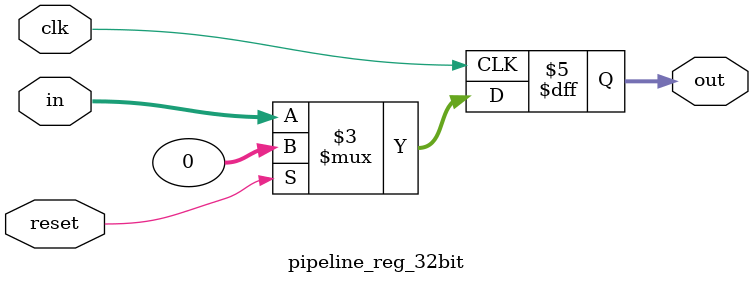
<source format=v>
`timescale 1ns / 1ps
module pipeline_reg_1bit(
    input clk,
    input reset,
    input in,
    output reg out
    );
	 
	 always@(posedge clk)begin
	    if(reset) out<=0;
		 else out<=in;
	 end

endmodule

module pipeline_reg_2bit(
    input clk,
    input reset,
    input [1:0] in,
    output reg [1:0] out
    );
	 
	 always@(posedge clk)begin
	    if(reset) out<=0;
		 else out<=in;
	 end

endmodule

module pipeline_reg_3bit(
    input clk,
    input reset,
    input [2:0] in,
    output reg [2:0] out
    );
	 
	 always@(posedge clk)begin
	    if(reset) out<=0;
		 else out<=in;
	 end

endmodule

module pipeline_reg_5bit(
    input clk,
    input reset,
    input [4:0] in,
    output reg [4:0] out
    );
	 
	 always@(posedge clk)begin
	    if(reset) out<=0;
		 else out<=in;
	 end

endmodule

module pipeline_reg_32bit_en(
	input [31:0] in,
	input clk,
	input reset,
	input en,
	output reg [31:0] out
	);
	
	always@(posedge clk)begin
		if(reset) out<=0;
		else if(en) out<=in;
	end
	
endmodule//D 
	
module pipeline_reg_32bit(
	input [31:0] in,
	input clk,
	input reset,
	output reg [31:0] out
	);
	
	always@(posedge clk)begin
		if(reset) out<=0;
		else out<=in;
	end
	
endmodule 
</source>
